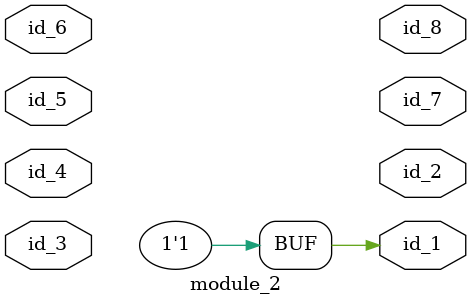
<source format=v>
module module_0 (
    id_1,
    id_2,
    id_3
);
  output wire id_3;
  inout wire id_2;
  inout wire id_1;
  nand primCall (id_2, id_4, id_1);
  parameter id_4 = 1;
  module_2 modCall_1 (
      id_3,
      id_3,
      id_4,
      id_4,
      id_4,
      id_4,
      id_3,
      id_2
  );
  parameter id_5 = -1'b0;
endmodule
module module_1 ();
  wire id_1;
  module_0 modCall_1 (
      id_1,
      id_1,
      id_1
  );
  wire id_2;
  wire id_3;
endmodule
module module_2 (
    id_1,
    id_2,
    id_3,
    id_4,
    id_5,
    id_6,
    id_7,
    id_8
);
  output wire id_8;
  output wire id_7;
  inout wire id_6;
  input wire id_5;
  input wire id_4;
  input wire id_3;
  output wire id_2;
  output wor id_1;
  assign id_1 = 1;
endmodule

</source>
